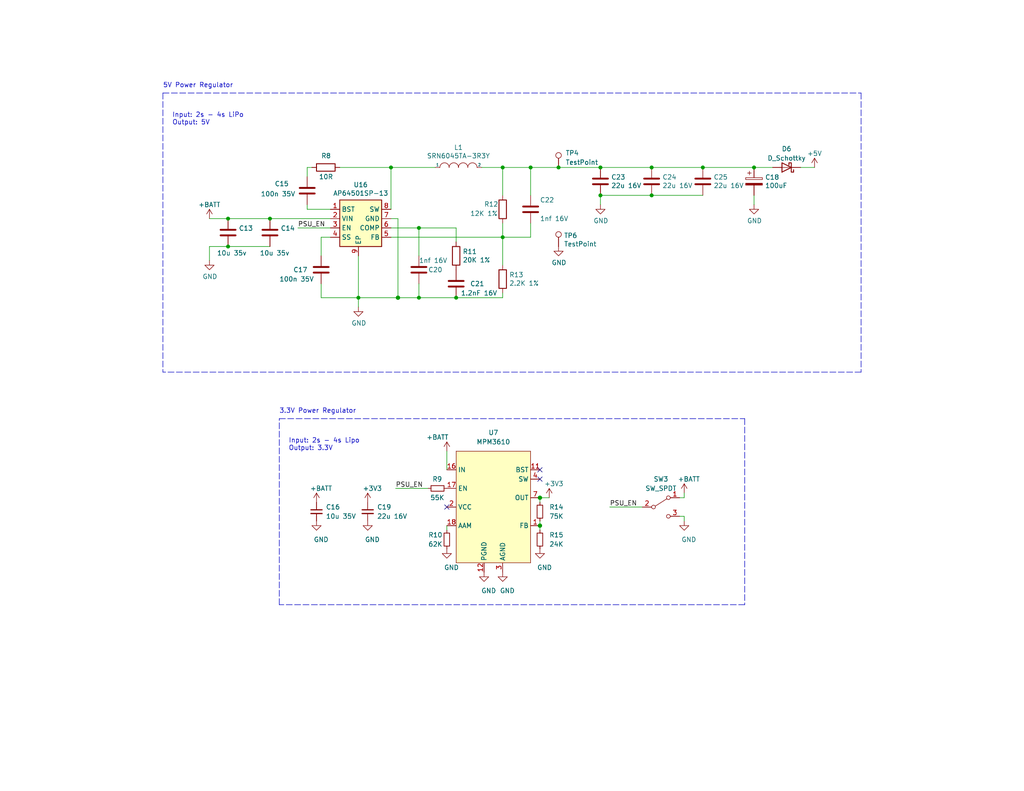
<source format=kicad_sch>
(kicad_sch (version 20210406) (generator eeschema)
  (paper "USLetter")
  (title_block (title "FlySensei RPi Stack - PSU") (date "2021-05-25") (rev "0.1") (company "George Mason University"))
  (lib_symbols
    (symbol "Connector:TestPoint" (pin_numbers hide) (pin_names (offset 0.762) hide)
      (property "Reference" "TP" (at 0 6.858 0))
      (property "Value" "TestPoint" (at 0 5.08 0))
      (symbol "TestPoint_0_1"
        (circle (center 0 3.302) (radius 0.762))
      )
      (symbol "TestPoint_1_1"
        (pin passive line (at 0 0 90) (length 2.54) (name "1") (number "1"))
      )
    )
    (symbol "Converter_DCDC_U:MPM3610"
      (property "Reference" "U" (at -8.89 13.97 0))
      (property "Value" "MPM3610" (at 6.35 13.97 0))
      (symbol "MPM3610_0_1"
        (rectangle (start -10.16 12.7) (end 10.16 -17.78) (fill (type background)))
      )
      (symbol "MPM3610_1_1"
        (pin input line (at 12.7 -7.62 180) (length 2.54) (name "FB") (number "1"))
        (pin no_connect line (at 10.16 -12.7 180) (length 2.54) hide (name "NC") (number "10"))
        (pin input line (at 12.7 7.62 180) (length 2.54) (name "BST") (number "11"))
        (pin input line (at -2.54 -20.32 90) (length 2.54) (name "PGND") (number "12"))
        (pin input line (at -2.54 -20.32 90) (length 2.54) hide (name "PGND") (number "13"))
        (pin input line (at -2.54 -20.32 90) (length 2.54) hide (name "PGND") (number "14"))
        (pin no_connect line (at 10.16 -10.16 180) (length 2.54) hide (name "NC") (number "15"))
        (pin power_in line (at -12.7 7.62 0) (length 2.54) (name "IN") (number "16"))
        (pin input line (at -12.7 2.54 0) (length 2.54) (name "EN") (number "17"))
        (pin input line (at -12.7 -7.62 0) (length 2.54) (name "AAM") (number "18"))
        (pin power_out line (at -12.7 -2.54 0) (length 2.54) (name "VCC") (number "2"))
        (pin input line (at 2.54 -20.32 90) (length 2.54) (name "AGND") (number "3"))
        (pin output line (at 12.7 5.08 180) (length 2.54) (name "SW") (number "4"))
        (pin output line (at 12.7 5.08 180) (length 2.54) hide (name "SW") (number "5"))
        (pin output line (at 12.7 5.08 180) (length 2.54) hide (name "SW") (number "6"))
        (pin power_out line (at 12.7 0 180) (length 2.54) (name "OUT") (number "7"))
        (pin power_out line (at 12.7 0 180) (length 2.54) hide (name "OUT") (number "8"))
        (pin power_out line (at 12.7 0 180) (length 2.54) hide (name "OUT") (number "9"))
      )
    )
    (symbol "Device:C" (pin_numbers hide) (pin_names (offset 0.254))
      (property "Reference" "C" (at 0.635 2.54 0))
      (property "Value" "C" (at 0.635 -2.54 0))
      (symbol "C_0_1"
        (polyline (pts (xy -2.032 -0.762) (xy 2.032 -0.762)) (stroke (width 0.508)))
        (polyline (pts (xy -2.032 0.762) (xy 2.032 0.762)) (stroke (width 0.508)))
      )
      (symbol "C_1_1"
        (pin passive line (at 0 3.81 270) (length 2.794) (name "~") (number "1"))
        (pin passive line (at 0 -3.81 90) (length 2.794) (name "~") (number "2"))
      )
    )
    (symbol "Device:CP" (pin_numbers hide) (pin_names (offset 0.254))
      (property "Reference" "C" (at 0.635 2.54 0))
      (property "Value" "CP" (at 0.635 -2.54 0))
      (symbol "CP_0_1"
        (rectangle (start -2.286 0.508) (end 2.286 1.016))
        (rectangle (start 2.286 -0.508) (end -2.286 -1.016) (fill (type outline)))
        (polyline (pts (xy -1.778 2.286) (xy -0.762 2.286)))
        (polyline (pts (xy -1.27 2.794) (xy -1.27 1.778)))
      )
      (symbol "CP_1_1"
        (pin passive line (at 0 3.81 270) (length 2.794) (name "~") (number "1"))
        (pin passive line (at 0 -3.81 90) (length 2.794) (name "~") (number "2"))
      )
    )
    (symbol "Device:C_Small" (pin_numbers hide) (pin_names (offset 0.254) hide)
      (property "Reference" "C" (at 0.254 1.778 0))
      (property "Value" "C_Small" (at 0.254 -2.032 0))
      (symbol "C_Small_0_1"
        (polyline (pts (xy -1.524 -0.508) (xy 1.524 -0.508)) (stroke (width 0.3302)))
        (polyline (pts (xy -1.524 0.508) (xy 1.524 0.508)) (stroke (width 0.3048)))
      )
      (symbol "C_Small_1_1"
        (pin passive line (at 0 2.54 270) (length 2.032) (name "~") (number "1"))
        (pin passive line (at 0 -2.54 90) (length 2.032) (name "~") (number "2"))
      )
    )
    (symbol "Device:D_Schottky" (pin_numbers hide) (pin_names (offset 1.016) hide)
      (property "Reference" "D" (at 0 2.54 0))
      (property "Value" "D_Schottky" (at 0 -2.54 0))
      (symbol "D_Schottky_0_1"
        (polyline (pts (xy 1.27 0) (xy -1.27 0)))
        (polyline (pts (xy 1.27 1.27) (xy 1.27 -1.27) (xy -1.27 0) (xy 1.27 1.27)) (stroke (width 0.254)))
        (polyline (pts (xy -1.905 0.635) (xy -1.905 1.27) (xy -1.27 1.27) (xy -1.27 -1.27) (xy -0.635 -1.27) (xy -0.635 -0.635)) (stroke (width 0.254)))
      )
      (symbol "D_Schottky_1_1"
        (pin passive line (at -3.81 0 0) (length 2.54) (name "K") (number "1"))
        (pin passive line (at 3.81 0 180) (length 2.54) (name "A") (number "2"))
      )
    )
    (symbol "Device:R" (pin_numbers hide) (pin_names (offset 0))
      (property "Reference" "R" (at 2.032 0 90))
      (property "Value" "R" (at 0 0 90))
      (symbol "R_0_1"
        (rectangle (start -1.016 -2.54) (end 1.016 2.54) (stroke (width 0.254)))
      )
      (symbol "R_1_1"
        (pin passive line (at 0 3.81 270) (length 1.27) (name "~") (number "1"))
        (pin passive line (at 0 -3.81 90) (length 1.27) (name "~") (number "2"))
      )
    )
    (symbol "Device:R_Small" (pin_numbers hide) (pin_names (offset 0.254) hide)
      (property "Reference" "R" (at 0.762 0.508 0))
      (property "Value" "R_Small" (at 0.762 -1.016 0))
      (symbol "R_Small_0_1"
        (rectangle (start -0.762 1.778) (end 0.762 -1.778) (stroke (width 0.2032)))
      )
      (symbol "R_Small_1_1"
        (pin passive line (at 0 2.54 270) (length 0.762) (name "~") (number "1"))
        (pin passive line (at 0 -2.54 90) (length 0.762) (name "~") (number "2"))
      )
    )
    (symbol "RPi_CM4IO:AP64351"
      (property "Reference" "U" (at 0 8.89 0))
      (property "Value" "AP64351" (at 1.27 6.35 0))
      (symbol "AP64351_0_1"
        (rectangle (start -5.08 5.08) (end 6.35 -7.62) (stroke (width 0.254)) (fill (type background)))
      )
      (symbol "AP64351_1_1"
        (pin passive line (at -7.62 2.54 0) (length 2.54) (name "BST") (number "1"))
        (pin power_in line (at -7.62 0 0) (length 2.54) (name "VIN") (number "2"))
        (pin input line (at -7.62 -2.54 0) (length 2.54) (name "EN") (number "3"))
        (pin input line (at -7.62 -5.08 0) (length 2.54) (name "SS") (number "4"))
        (pin input line (at 8.89 -5.08 180) (length 2.54) (name "FB") (number "5"))
        (pin input line (at 8.89 -2.54 180) (length 2.54) (name "COMP") (number "6"))
        (pin power_in line (at 8.89 0 180) (length 2.54) (name "GND") (number "7"))
        (pin output line (at 8.89 2.54 180) (length 2.54) (name "SW") (number "8"))
        (pin passive line (at 0 -10.16 90) (length 2.54) (name "EP") (number "9"))
      )
    )
    (symbol "Switch:SW_SPDT" (pin_names (offset 0) hide)
      (property "Reference" "SW" (at 0 4.318 0))
      (property "Value" "SW_SPDT" (at 0 -5.08 0))
      (symbol "SW_SPDT_0_0"
        (circle (center -2.032 0) (radius 0.508))
        (circle (center 2.032 -2.54) (radius 0.508))
      )
      (symbol "SW_SPDT_0_1"
        (circle (center 2.032 2.54) (radius 0.508))
        (polyline (pts (xy -1.524 0.254) (xy 1.651 2.286)))
      )
      (symbol "SW_SPDT_1_1"
        (pin passive line (at 5.08 2.54 180) (length 2.54) (name "A") (number "1"))
        (pin passive line (at -5.08 0 0) (length 2.54) (name "B") (number "2"))
        (pin passive line (at 5.08 -2.54 180) (length 2.54) (name "C") (number "3"))
      )
    )
    (symbol "power:+3V3" (power) (pin_names (offset 0))
      (property "Value" "+3V3" (at 0 3.556 0))
      (symbol "+3V3_0_1"
        (polyline (pts (xy -0.762 1.27) (xy 0 2.54)))
        (polyline (pts (xy 0 0) (xy 0 2.54)))
        (polyline (pts (xy 0 2.54) (xy 0.762 1.27)))
      )
      (symbol "+3V3_1_1"
        (pin power_in line (at 0 0 90) (length 0) hide (name "+3V3") (number "1"))
      )
    )
    (symbol "power:+5V" (power) (pin_names (offset 0))
      (property "Value" "+5V" (at 0 3.556 0))
      (symbol "+5V_0_1"
        (polyline (pts (xy -0.762 1.27) (xy 0 2.54)))
        (polyline (pts (xy 0 0) (xy 0 2.54)))
        (polyline (pts (xy 0 2.54) (xy 0.762 1.27)))
      )
      (symbol "+5V_1_1"
        (pin power_in line (at 0 0 90) (length 0) hide (name "+5V") (number "1"))
      )
    )
    (symbol "power:+BATT" (power) (pin_names (offset 0))
      (property "Value" "+BATT" (at 0 3.556 0))
      (symbol "+BATT_0_1"
        (polyline (pts (xy -0.762 1.27) (xy 0 2.54)))
        (polyline (pts (xy 0 0) (xy 0 2.54)))
        (polyline (pts (xy 0 2.54) (xy 0.762 1.27)))
      )
      (symbol "+BATT_1_1"
        (pin power_in line (at 0 0 90) (length 0) hide (name "+BATT") (number "1"))
      )
    )
    (symbol "power:GND" (power) (pin_names (offset 0))
      (property "Value" "GND" (at 0 -3.81 0))
      (symbol "GND_0_1"
        (polyline (pts (xy 0 0) (xy 0 -1.27) (xy 1.27 -1.27) (xy 0 -2.54) (xy -1.27 -1.27) (xy 0 -1.27)))
      )
      (symbol "GND_1_1"
        (pin power_in line (at 0 0 270) (length 0) hide (name "GND") (number "1"))
      )
    )
    (symbol "pspice:INDUCTOR" (pin_numbers hide) (pin_names (offset 0))
      (property "Reference" "L" (at 0 2.54 0))
      (property "Value" "INDUCTOR" (at 0 -1.27 0))
      (symbol "INDUCTOR_0_1"
        (arc (start -2.54 0) (end -5.08 0) (radius (at -3.81 0) (length 1.27) (angles 0.1 179.9)))
        (arc (start 0 0) (end -2.54 0) (radius (at -1.27 0) (length 1.27) (angles 0.1 179.9)))
        (arc (start 2.54 0) (end 0 0) (radius (at 1.27 0) (length 1.27) (angles 0.1 179.9)))
        (arc (start 5.08 0) (end 2.54 0) (radius (at 3.81 0) (length 1.27) (angles 0.1 179.9)))
      )
      (symbol "INDUCTOR_1_1"
        (pin input line (at -6.35 0 0) (length 1.27) (name "1") (number "1"))
        (pin input line (at 6.35 0 180) (length 1.27) (name "2") (number "2"))
      )
    )
  )
  (junction (at 62.23 59.69) (diameter 0.9144))
  (junction (at 62.23 67.31) (diameter 0.9144))
  (junction (at 73.66 59.69) (diameter 0.9144))
  (junction (at 97.79 81.28) (diameter 0.9144))
  (junction (at 106.68 45.72) (diameter 0.9144))
  (junction (at 108.585 81.28) (diameter 1.016))
  (junction (at 114.3 62.23) (diameter 0.9144))
  (junction (at 114.3 81.28) (diameter 0.9144))
  (junction (at 124.46 81.28) (diameter 0.9144))
  (junction (at 137.16 45.72) (diameter 0.9144))
  (junction (at 137.16 64.77) (diameter 0.9144))
  (junction (at 144.78 45.72) (diameter 0.9144))
  (junction (at 147.32 135.89) (diameter 1.016))
  (junction (at 147.32 143.51) (diameter 1.016))
  (junction (at 152.4 45.72) (diameter 0.9144))
  (junction (at 163.83 45.72) (diameter 0.9144))
  (junction (at 163.83 53.34) (diameter 0.9144))
  (junction (at 177.8 45.72) (diameter 0.9144))
  (junction (at 177.8 53.34) (diameter 0.9144))
  (junction (at 191.77 45.72) (diameter 0.9144))
  (junction (at 205.74 45.72) (diameter 0.9144))
  (no_connect (at 121.92 138.43))
  (no_connect (at 147.32 128.27))
  (no_connect (at 147.32 130.81))
  (wire (pts (xy 57.15 59.69) (xy 62.23 59.69)))
  (wire (pts (xy 57.15 67.31) (xy 57.15 71.12)))
  (wire (pts (xy 57.15 67.31) (xy 62.23 67.31)))
  (wire (pts (xy 62.23 59.69) (xy 73.66 59.69)))
  (wire (pts (xy 62.23 67.31) (xy 73.66 67.31)))
  (wire (pts (xy 73.66 59.69) (xy 90.17 59.69)))
  (wire (pts (xy 81.28 62.23) (xy 90.17 62.23)))
  (wire (pts (xy 83.82 45.72) (xy 83.82 48.26)))
  (wire (pts (xy 83.82 45.72) (xy 85.09 45.72)))
  (wire (pts (xy 83.82 55.88) (xy 83.82 57.15)))
  (wire (pts (xy 83.82 57.15) (xy 90.17 57.15)))
  (wire (pts (xy 87.63 64.77) (xy 87.63 69.85)))
  (wire (pts (xy 87.63 64.77) (xy 90.17 64.77)))
  (wire (pts (xy 87.63 77.47) (xy 87.63 81.28)))
  (wire (pts (xy 87.63 81.28) (xy 97.79 81.28)))
  (wire (pts (xy 92.71 45.72) (xy 106.68 45.72)))
  (wire (pts (xy 97.79 69.85) (xy 97.79 81.28)))
  (wire (pts (xy 97.79 81.28) (xy 97.79 83.82)))
  (wire (pts (xy 97.79 81.28) (xy 108.585 81.28)))
  (wire (pts (xy 106.68 45.72) (xy 106.68 57.15)))
  (wire (pts (xy 106.68 45.72) (xy 118.745 45.72)))
  (wire (pts (xy 106.68 59.69) (xy 108.585 59.69)))
  (wire (pts (xy 106.68 62.23) (xy 114.3 62.23)))
  (wire (pts (xy 106.68 64.77) (xy 137.16 64.77)))
  (wire (pts (xy 107.95 133.35) (xy 116.84 133.35)))
  (wire (pts (xy 108.585 59.69) (xy 108.585 81.28)))
  (wire (pts (xy 108.585 81.28) (xy 114.3 81.28)))
  (wire (pts (xy 114.3 62.23) (xy 114.3 69.85)))
  (wire (pts (xy 114.3 77.47) (xy 114.3 81.28)))
  (wire (pts (xy 114.3 81.28) (xy 124.46 81.28)))
  (wire (pts (xy 121.92 123.19) (xy 121.92 128.27)))
  (wire (pts (xy 121.92 143.51) (xy 121.92 144.78)))
  (wire (pts (xy 124.46 62.23) (xy 114.3 62.23)))
  (wire (pts (xy 124.46 66.04) (xy 124.46 62.23)))
  (wire (pts (xy 124.46 81.28) (xy 137.16 81.28)))
  (wire (pts (xy 131.445 45.72) (xy 137.16 45.72)))
  (wire (pts (xy 137.16 45.72) (xy 137.16 53.34)))
  (wire (pts (xy 137.16 45.72) (xy 144.78 45.72)))
  (wire (pts (xy 137.16 60.96) (xy 137.16 64.77)))
  (wire (pts (xy 137.16 64.77) (xy 137.16 72.39)))
  (wire (pts (xy 137.16 64.77) (xy 144.78 64.77)))
  (wire (pts (xy 137.16 81.28) (xy 137.16 80.01)))
  (wire (pts (xy 144.78 45.72) (xy 144.78 53.34)))
  (wire (pts (xy 144.78 45.72) (xy 152.4 45.72)))
  (wire (pts (xy 144.78 60.96) (xy 144.78 64.77)))
  (wire (pts (xy 147.32 135.89) (xy 147.32 137.16)))
  (wire (pts (xy 147.32 135.89) (xy 149.86 135.89)))
  (wire (pts (xy 147.32 142.24) (xy 147.32 143.51)))
  (wire (pts (xy 147.32 143.51) (xy 147.32 144.78)))
  (wire (pts (xy 152.4 45.72) (xy 163.83 45.72)))
  (wire (pts (xy 163.83 45.72) (xy 177.8 45.72)))
  (wire (pts (xy 163.83 53.34) (xy 163.83 55.88)))
  (wire (pts (xy 163.83 53.34) (xy 177.8 53.34)))
  (wire (pts (xy 166.37 138.43) (xy 175.26 138.43)))
  (wire (pts (xy 177.8 45.72) (xy 191.77 45.72)))
  (wire (pts (xy 177.8 53.34) (xy 191.77 53.34)))
  (wire (pts (xy 185.42 135.89) (xy 186.69 135.89)))
  (wire (pts (xy 185.42 140.97) (xy 186.69 140.97)))
  (wire (pts (xy 186.69 135.89) (xy 186.69 134.62)))
  (wire (pts (xy 186.69 140.97) (xy 186.69 142.24)))
  (wire (pts (xy 191.77 45.72) (xy 205.74 45.72)))
  (wire (pts (xy 205.74 45.72) (xy 210.82 45.72)))
  (wire (pts (xy 205.74 53.34) (xy 205.74 55.88)))
  (wire (pts (xy 218.44 45.72) (xy 222.25 45.72)))
  (polyline (pts (xy 44.45 25.4) (xy 44.45 101.6)) (stroke (width 0) (type dash)))
  (polyline (pts (xy 44.45 25.4) (xy 234.95 25.4)) (stroke (width 0) (type dash)))
  (polyline (pts (xy 76.2 114.3) (xy 203.2 114.3)) (stroke (width 0) (type dash)))
  (polyline (pts (xy 76.2 165.1) (xy 76.2 114.3)) (stroke (width 0) (type dash)))
  (polyline (pts (xy 203.2 114.3) (xy 203.2 165.1)) (stroke (width 0) (type dash)))
  (polyline (pts (xy 203.2 165.1) (xy 76.2 165.1)) (stroke (width 0) (type dash)))
  (polyline (pts (xy 234.95 25.4) (xy 234.95 101.6)) (stroke (width 0) (type dash)))
  (polyline (pts (xy 234.95 101.6) (xy 44.45 101.6)) (stroke (width 0) (type dash)))
  (text "5V Power Regulator" (at 44.45 24.13 0) (effects (font (size 1.27 1.27)) (justify left bottom)))
  (text "Input: 2s - 4s LiPo\nOutput: 5V" (at 46.99 34.29 0) (effects (font (size 1.27 1.27)) (justify left bottom)))
  (text "3.3V Power Regulator\n" (at 76.2 113.03 0) (effects (font (size 1.27 1.27)) (justify left bottom)))
  (text "Input: 2s - 4s Lipo\nOutput: 3.3V" (at 78.74 123.19 0) (effects (font (size 1.27 1.27)) (justify left bottom)))
  (label "PSU_EN" (at 81.28 62.23 0))
  (label "PSU_EN" (at 107.95 133.35 0))
  (label "PSU_EN" (at 166.37 138.43 0))
  (symbol (lib_id "power:+BATT") (at 57.15 59.69 0) (unit 1)
    (property "Reference" "#PWR0152" (effects hide))
    (property "Value" "+BATT" (at 57.15 55.88 0))
  )
  (symbol (lib_id "power:+BATT") (at 86.36 137.16 0) (unit 1)
    (property "Reference" "#PWR0157" (effects hide))
    (property "Value" "+BATT" (at 87.63 133.35 0))
  )
  (symbol (lib_id "power:+3V3") (at 100.33 137.16 0) (unit 1)
    (property "Reference" "#PWR0159" (effects hide))
    (property "Value" "+3V3" (at 101.6 133.35 0))
  )
  (symbol (lib_id "power:+BATT") (at 121.92 123.19 0) (unit 1)
    (property "Reference" "#PWR0160" (effects hide))
    (property "Value" "+BATT" (at 119.38 119.38 0))
  )
  (symbol (lib_id "power:+3V3") (at 149.86 135.89 0) (unit 1)
    (property "Reference" "#PWR0158" (effects hide))
    (property "Value" "+3V3" (at 151.13 132.08 0))
  )
  (symbol (lib_id "power:+BATT") (at 186.69 134.62 0) (unit 1)
    (property "Reference" "#PWR0163" (effects hide))
    (property "Value" "+BATT" (at 187.96 130.81 0))
  )
  (symbol (lib_id "power:+5V") (at 222.25 45.72 0) (unit 1)
    (property "Reference" "#PWR0151" (effects hide))
    (property "Value" "+5V" (at 222.25 41.91 0))
  )
  (symbol (lib_id "Connector:TestPoint") (at 152.4 45.72 0) (unit 1)
    (property "Reference" "TP4" (at 154.305 41.783 0) (effects (justify left)))
    (property "Value" "TestPoint" (at 154.305 44.323 0) (effects (justify left)))
    (property "Footprint" "TestPoint:TestPoint_Pad_2.0x2.0mm" (effects hide))
    (property "Field4" "nf" (effects hide))
    (property "Field5" "nf" (effects hide))
    (property "Field6" "nf" (effects hide))
    (property "Field7" "nf" (effects hide))
  )
  (symbol (lib_id "Connector:TestPoint") (at 152.4 67.31 0) (unit 1)
    (property "Reference" "TP6" (at 153.8732 64.3128 0) (effects (justify left)))
    (property "Value" "TestPoint" (at 153.8732 66.6242 0) (effects (justify left)))
    (property "Footprint" "TestPoint:TestPoint_Pad_2.0x2.0mm" (effects hide))
    (property "Field4" "nf" (effects hide))
    (property "Field5" "nf" (effects hide))
    (property "Field6" "nf" (effects hide))
    (property "Field7" "nf" (effects hide))
  )
  (symbol (lib_id "power:GND") (at 57.15 71.12 0) (unit 1)
    (property "Reference" "#PWR0120" (effects hide))
    (property "Value" "GND" (at 57.277 75.5142 0))
  )
  (symbol (lib_id "power:GND") (at 86.36 142.24 0) (unit 1)
    (property "Reference" "#PWR0156" (effects hide))
    (property "Value" "GND" (at 87.63 147.32 0))
  )
  (symbol (lib_id "power:GND") (at 97.79 83.82 0) (unit 1)
    (property "Reference" "#PWR0119" (effects hide))
    (property "Value" "GND" (at 97.917 88.2142 0))
  )
  (symbol (lib_id "power:GND") (at 100.33 142.24 0) (unit 1)
    (property "Reference" "#PWR0153" (effects hide))
    (property "Value" "GND" (at 101.6 147.32 0))
  )
  (symbol (lib_id "power:GND") (at 121.92 149.86 0) (unit 1)
    (property "Reference" "#PWR0154" (effects hide))
    (property "Value" "GND" (at 123.19 154.94 0))
  )
  (symbol (lib_id "power:GND") (at 132.08 156.21 0) (unit 1)
    (property "Reference" "#PWR0155" (effects hide))
    (property "Value" "GND" (at 133.35 161.29 0))
  )
  (symbol (lib_id "power:GND") (at 137.16 156.21 0) (unit 1)
    (property "Reference" "#PWR0162" (effects hide))
    (property "Value" "GND" (at 138.43 161.29 0))
  )
  (symbol (lib_id "power:GND") (at 147.32 149.86 0) (unit 1)
    (property "Reference" "#PWR0161" (effects hide))
    (property "Value" "GND" (at 148.59 154.94 0))
  )
  (symbol (lib_id "power:GND") (at 152.4 67.31 0) (unit 1)
    (property "Reference" "#PWR0122" (effects hide))
    (property "Value" "GND" (at 152.527 71.7042 0))
  )
  (symbol (lib_id "power:GND") (at 163.83 55.88 0) (unit 1)
    (property "Reference" "#PWR0118" (effects hide))
    (property "Value" "GND" (at 163.957 60.2742 0))
  )
  (symbol (lib_id "power:GND") (at 186.69 142.24 0) (unit 1)
    (property "Reference" "#PWR0164" (effects hide))
    (property "Value" "GND" (at 187.96 147.32 0))
  )
  (symbol (lib_id "power:GND") (at 205.74 55.88 0) (unit 1)
    (property "Reference" "#PWR02" (effects hide))
    (property "Value" "GND" (at 205.867 60.2742 0))
  )
  (symbol (lib_id "Device:R_Small") (at 119.38 133.35 90) (unit 1)
    (property "Reference" "R9" (at 120.65 130.81 90) (effects (justify left)))
    (property "Value" "55K" (at 121.285 135.89 90) (effects (justify left)))
    (property "Footprint" "Resistor_SMD:R_0402_1005Metric" (effects hide))
  )
  (symbol (lib_id "Device:R_Small") (at 121.92 147.32 0) (unit 1)
    (property "Reference" "R10" (at 116.84 146.05 0) (effects (justify left)))
    (property "Value" "62K" (at 116.84 148.59 0) (effects (justify left)))
    (property "Footprint" "Resistor_SMD:R_0402_1005Metric" (effects hide))
  )
  (symbol (lib_id "Device:R_Small") (at 147.32 139.7 0) (unit 1)
    (property "Reference" "R14" (at 149.86 138.43 0) (effects (justify left)))
    (property "Value" "75K" (at 149.86 140.97 0) (effects (justify left)))
    (property "Footprint" "Resistor_SMD:R_0402_1005Metric" (effects hide))
  )
  (symbol (lib_id "Device:R_Small") (at 147.32 147.32 0) (unit 1)
    (property "Reference" "R15" (at 149.86 146.05 0) (effects (justify left)))
    (property "Value" "24K" (at 149.86 148.59 0) (effects (justify left)))
    (property "Footprint" "Resistor_SMD:R_0402_1005Metric" (effects hide))
  )
  (symbol (lib_id "Device:R") (at 88.9 45.72 270) (unit 1)
    (property "Reference" "R8" (at 87.63 42.545 90) (effects (justify left)))
    (property "Value" "10R" (at 86.995 48.26 90) (effects (justify left)))
    (property "Footprint" "Resistor_SMD:R_0402_1005Metric" (effects hide))
    (property "Datasheet" "https://fscdn.rohm.com/en/products/databook/datasheet/passive/resistor/chip_resistor/mcr-e.pdf" (effects hide))
    (property "Field4" "Farnell" (effects hide))
    (property "Field5" "9238999" (effects hide))
    (property "Field7" "Yageo" (effects hide))
    (property "Field6" "RC0402FR-0710RL" (effects hide))
    (property "Field8" "URES00256" (effects hide))
    (property "Part Description" "Resistor 10R M1005 1% 63mW" (effects hide))
  )
  (symbol (lib_id "Device:R") (at 124.46 69.85 0) (unit 1)
    (property "Reference" "R11" (at 126.238 68.6816 0) (effects (justify left)))
    (property "Value" "20K 1%" (at 126.238 70.993 0) (effects (justify left)))
    (property "Footprint" "Resistor_SMD:R_0402_1005Metric" (effects hide))
    (property "Datasheet" "https://fscdn.rohm.com/en/products/databook/datasheet/passive/resistor/chip_resistor/mcr-e.pdf" (effects hide))
    (property "Field4" "Farnell" (effects hide))
    (property "Field5" "2331485" (effects hide))
    (property "Field7" "KOA EUROPE GMBH" (effects hide))
    (property "Field6" "RK73H1ETTP2002F" (effects hide))
    (property "Part Description" "Resistor 20K M1005 1% 63mW" (effects hide))
  )
  (symbol (lib_id "Device:R") (at 137.16 57.15 0) (unit 1)
    (property "Reference" "R12" (at 132.08 55.753 0) (effects (justify left)))
    (property "Value" "12K 1%" (at 128.27 58.293 0) (effects (justify left)))
    (property "Footprint" "Resistor_SMD:R_0402_1005Metric" (effects hide))
    (property "Datasheet" "https://fscdn.rohm.com/en/products/databook/datasheet/passive/resistor/chip_resistor/mcr-e.pdf" (effects hide))
    (property "Field4" "Farnell" (effects hide))
    (property "Field5" "9239367" (effects hide))
    (property "Field7" "Rohm" (effects hide))
    (property "Field6" "MCR01MZPF1202" (effects hide))
    (property "Part Description" "Resistor 12K M1005 1% 63mW" (effects hide))
  )
  (symbol (lib_id "Device:R") (at 137.16 76.2 0) (unit 1)
    (property "Reference" "R13" (at 138.938 75.0316 0) (effects (justify left)))
    (property "Value" "2.2K 1%" (at 138.938 77.343 0) (effects (justify left)))
    (property "Footprint" "Resistor_SMD:R_0402_1005Metric" (effects hide))
    (property "Datasheet" "https://fscdn.rohm.com/en/products/databook/datasheet/passive/resistor/chip_resistor/mcr-e.pdf" (effects hide))
    (property "Field4" "Farnell" (effects hide))
    (property "Field5" "9239278" (effects hide))
    (property "Field6" "RK73G1ETQTP2201D         " (effects hide))
    (property "Field7" "KOA EUROPE GMBH" (effects hide))
    (property "Part Description" "Resistor 2.2K M1005 1% 63mW" (effects hide))
    (property "Field8" "120889581" (effects hide))
  )
  (symbol (lib_id "Device:C_Small") (at 86.36 139.7 0) (unit 1)
    (property "Reference" "C16" (at 88.9 138.43 0) (effects (justify left)))
    (property "Value" "10u 35V" (at 88.9 140.97 0) (effects (justify left)))
    (property "Footprint" "Capacitor_SMD:C_0603_1608Metric" (effects hide))
  )
  (symbol (lib_id "Device:C_Small") (at 100.33 139.7 0) (unit 1)
    (property "Reference" "C19" (at 102.87 138.43 0) (effects (justify left)))
    (property "Value" "22u 16V" (at 102.87 140.97 0) (effects (justify left)))
    (property "Footprint" "Capacitor_SMD:C_0603_1608Metric" (effects hide))
  )
  (symbol (lib_id "pspice:INDUCTOR") (at 125.095 45.72 0) (unit 1)
    (property "Reference" "L1" (at 125.095 40.259 0))
    (property "Value" "SRN6045TA-3R3Y" (at 125.095 42.5704 0))
    (property "Footprint" "Inductor_SMD:L_Bourns_SRN6045TA" (effects hide))
    (property "Datasheet" "https://www.bourns.com/docs/Product-Datasheets/SRN6045TA.pdf" (effects hide))
    (property "Field4" "Farnell" (effects hide))
    (property "Field5" "2616889" (effects hide))
    (property "Field6" "SRN6045TA-3R3Y" (effects hide))
    (property "Field7" "Bourns" (effects hide))
    (property "Part Description" "3.3µH Semi-Shielded Wirewound Inductor 7.8A 21mOhm Nonstandard" (effects hide))
  )
  (symbol (lib_id "Device:D_Schottky") (at 214.63 45.72 180) (unit 1)
    (property "Reference" "D6" (at 214.63 40.64 0))
    (property "Value" "D_Schottky" (at 214.63 43.18 0))
    (property "Footprint" "Diode_SMD:D_SMB" (effects hide))
  )
  (symbol (lib_id "Device:C") (at 62.23 63.5 0) (unit 1)
    (property "Reference" "C13" (at 65.151 62.3316 0) (effects (justify left)))
    (property "Value" "10u 35v" (at 59.182 69.088 0) (effects (justify left)))
    (property "Footprint" "Capacitor_SMD:C_0805_2012Metric" (effects hide))
    (property "Datasheet" "https://www.murata.com/en-global/products/productdetail.aspx?partno=GRM21BC8YA106ME11%23" (effects hide))
    (property "Field5" "490-10505-1-ND" (effects hide))
    (property "Field4" "Digikey" (effects hide))
    (property "Field6" "GRM21BC8YA106KE11L " (effects hide))
    (property "Field7" "Murata" (effects hide))
    (property "Part Description" "	10uF 10% or 20% 35V Ceramic Capacitor X6S 0805 (2012 Metric)" (effects hide))
  )
  (symbol (lib_id "Device:C") (at 73.66 63.5 0) (unit 1)
    (property "Reference" "C14" (at 76.581 62.3316 0) (effects (justify left)))
    (property "Value" "10u 35v" (at 70.866 69.088 0) (effects (justify left)))
    (property "Footprint" "Capacitor_SMD:C_0805_2012Metric" (effects hide))
    (property "Datasheet" "https://www.murata.com/en-global/products/productdetail.aspx?partno=GRM21BC8YA106ME11%23" (effects hide))
    (property "Field5" "490-10505-1-ND" (effects hide))
    (property "Field4" "Digikey" (effects hide))
    (property "Field6" "GRM21BC8YA106KE11L " (effects hide))
    (property "Field7" "Murata" (effects hide))
    (property "Part Description" "	10uF 10% or 20% 35V Ceramic Capacitor X6S 0805 (2012 Metric)" (effects hide))
  )
  (symbol (lib_id "Device:C") (at 83.82 52.07 0) (unit 1)
    (property "Reference" "C15" (at 74.93 50.165 0) (effects (justify left)))
    (property "Value" "100n 35V" (at 71.12 52.959 0) (effects (justify left)))
    (property "Footprint" "Capacitor_SMD:C_0402_1005Metric" (effects hide))
    (property "Datasheet" "https://search.murata.co.jp/Ceramy/image/img/A01X/G101/ENG/GRM155R71C104KA88-01.pdf" (effects hide))
    (property "Field4" "Farnell" (effects hide))
    (property "Field5" "2611911" (effects hide))
    (property "Field6" "RM EMK105 B7104KV-F" (effects hide))
    (property "Field7" "TAIYO YUDEN EUROPE GMBH" (effects hide))
    (property "Part Description" "	0.1uF 10% 16V Ceramic Capacitor X7R 0402 (1005 Metric)" (effects hide))
    (property "Field8" "110091611" (effects hide))
  )
  (symbol (lib_id "Device:C") (at 87.63 73.66 0) (unit 1)
    (property "Reference" "C17" (at 80.01 73.66 0) (effects (justify left)))
    (property "Value" "100n 35V" (at 76.2 76.2 0) (effects (justify left)))
    (property "Footprint" "Capacitor_SMD:C_0402_1005Metric" (effects hide))
    (property "Datasheet" "https://search.murata.co.jp/Ceramy/image/img/A01X/G101/ENG/GRM155R71C104KA88-01.pdf" (effects hide))
    (property "Field4" "Farnell" (effects hide))
    (property "Field5" "2611911" (effects hide))
    (property "Field6" "RM EMK105 B7104KV-F" (effects hide))
    (property "Field7" "TAIYO YUDEN EUROPE GMBH" (effects hide))
    (property "Part Description" "	0.1uF 10% 16V Ceramic Capacitor X7R 0402 (1005 Metric)" (effects hide))
    (property "Field8" "110091611" (effects hide))
  )
  (symbol (lib_id "Device:C") (at 114.3 73.66 0) (unit 1)
    (property "Reference" "C20" (at 116.84 73.66 0) (effects (justify left)))
    (property "Value" "1nf 16V" (at 114.3 71.12 0) (effects (justify left)))
    (property "Footprint" "Capacitor_SMD:C_0402_1005Metric" (effects hide))
  )
  (symbol (lib_id "Device:C") (at 124.46 77.47 0) (unit 1)
    (property "Reference" "C21" (at 128.27 77.47 0) (effects (justify left)))
    (property "Value" "1.2nF 16V" (at 125.73 80.01 0) (effects (justify left)))
    (property "Footprint" "Capacitor_SMD:C_0402_1005Metric" (effects hide))
    (property "Datasheet" "http://www.farnell.com/datasheets/2734135.pdf?_ga=2.259347658.1738794919.1588350964-1787849031.1568210898&_gac=1.15394434.1588350964.EAIaIQobChMIgrHHs4yT6QIVxevtCh39TA_nEAAYASAAEgK8PfD_BwE" (effects hide))
    (property "Field4" "Digikey" (effects hide))
    (property "Field5" "490-16429-1-ND" (effects hide))
    (property "Field6" "GCM155R71H122KA37D" (effects hide))
    (property "Field7" "Murata" (effects hide))
    (property "Part Description" "1200pF 10% 10V Ceramic Capacitor X5R 0402 (1005 Metric)" (effects hide))
  )
  (symbol (lib_id "Device:C") (at 144.78 57.15 0) (unit 1)
    (property "Reference" "C22" (at 147.32 54.61 0) (effects (justify left)))
    (property "Value" "1nf 16V" (at 147.32 59.69 0) (effects (justify left)))
    (property "Footprint" "Capacitor_SMD:C_0402_1005Metric" (effects hide))
    (property "Datasheet" "http://www.farnell.com/datasheets/2048267.pdf?_ga=2.222777691.1738794919.1588350964-1787849031.1568210898&_gac=1.250356018.1588350964.EAIaIQobChMIgrHHs4yT6QIVxevtCh39TA_nEAAYASAAEgK8PfD_BwE" (effects hide))
    (property "Field4" "Farnell" (effects hide))
    (property "Field5" "2666374" (effects hide))
    (property "Field6" "GRM1555C1H221JA01D" (effects hide))
    (property "Field7" "Murata" (effects hide))
    (property "Part Description" "220 pF, 50 V, 0402 [1005 Metric], ± 5%, C0G / NP0/CH, GCM Series" (effects hide))
  )
  (symbol (lib_id "Device:C") (at 163.83 49.53 0) (unit 1)
    (property "Reference" "C23" (at 166.751 48.3616 0) (effects (justify left)))
    (property "Value" "22u 16V" (at 166.751 50.673 0) (effects (justify left)))
    (property "Footprint" "Capacitor_SMD:C_0805_2012Metric" (effects hide))
    (property "Datasheet" "https://search.murata.co.jp/Ceramy/image/img/A01X/G101/ENG/GRM21BR71A106KA73-01.pdf" (effects hide))
    (property "Field5" "490-14381-1-ND" (effects hide))
    (property "Field4" "Digikey" (effects hide))
    (property "Field6" "GRM21BR71A106KA73L" (effects hide))
    (property "Field7" "Murata" (effects hide))
    (property "Part Description" "	10uF 10% 10V Ceramic Capacitor X7R 0805 (2012 Metric)" (effects hide))
    (property "Field8" "111893011" (effects hide))
  )
  (symbol (lib_id "Device:C") (at 177.8 49.53 0) (unit 1)
    (property "Reference" "C24" (at 180.721 48.3616 0) (effects (justify left)))
    (property "Value" "22u 16V" (at 180.721 50.673 0) (effects (justify left)))
    (property "Footprint" "Capacitor_SMD:C_0805_2012Metric" (effects hide))
    (property "Datasheet" "https://search.murata.co.jp/Ceramy/image/img/A01X/G101/ENG/GRM21BR71A106KA73-01.pdf" (effects hide))
    (property "Field5" "490-14381-1-ND" (effects hide))
    (property "Field4" "Digikey" (effects hide))
    (property "Field6" "GRM21BR71A106KA73L" (effects hide))
    (property "Field7" "Murata" (effects hide))
    (property "Part Description" "	10uF 10% 10V Ceramic Capacitor X7R 0805 (2012 Metric)" (effects hide))
    (property "Field8" "111893011" (effects hide))
  )
  (symbol (lib_id "Device:C") (at 191.77 49.53 0) (unit 1)
    (property "Reference" "C25" (at 194.691 48.3616 0) (effects (justify left)))
    (property "Value" "22u 16V" (at 194.691 50.673 0) (effects (justify left)))
    (property "Footprint" "Capacitor_SMD:C_0805_2012Metric" (effects hide))
    (property "Datasheet" "https://search.murata.co.jp/Ceramy/image/img/A01X/G101/ENG/GRM21BR71A106KA73-01.pdf" (effects hide))
    (property "Field5" "490-14381-1-ND" (effects hide))
    (property "Field4" "Digikey" (effects hide))
    (property "Field6" "GRM21BR71A106KA73L" (effects hide))
    (property "Field7" "Murata" (effects hide))
    (property "Part Description" "	10uF 10% 10V Ceramic Capacitor X7R 0805 (2012 Metric)" (effects hide))
    (property "Field8" "111893011" (effects hide))
  )
  (symbol (lib_id "Device:CP") (at 205.74 49.53 0) (unit 1)
    (property "Reference" "C18" (at 208.7372 48.387 0) (effects (justify left)))
    (property "Value" "100uF" (at 208.7372 50.673 0) (effects (justify left)))
    (property "Footprint" "Capacitor_Tantalum_SMD:CP_EIA-7343-31_Kemet-D" (effects hide))
    (property "Field4" "Mouser" (effects hide))
    (property "Field5" "667-EEF-CX0J101R" (effects hide))
    (property "Part Description" "Capacitor, SP-Cap, 100u, 6.3V, 15mR ESR" (effects hide))
  )
  (symbol (lib_id "Switch:SW_SPDT") (at 180.34 138.43 0) (unit 1)
    (property "Reference" "SW3" (at 180.34 130.81 0))
    (property "Value" "SW_SPDT" (at 180.34 133.35 0))
    (property "Footprint" "Button_Switch_SMD:SW_SPDT_PCM12" (effects hide))
  )
  (symbol (lib_id "RPi_CM4IO:AP64351") (at 97.79 59.69 0) (unit 1)
    (property "Reference" "U16" (at 98.425 50.4444 0))
    (property "Value" "AP64501SP-13" (at 98.425 52.7558 0))
    (property "Footprint" "Package_SO:SOIC-8-1EP_3.9x4.9mm_P1.27mm_EP2.95x4.9mm_Mask2.71x3.4mm_ThermalVias" (effects hide))
    (property "Datasheet" "https://www.diodes.com/assets/Datasheets/AP64501.pdf" (effects hide))
    (property "Field4" "Digikey" (effects hide))
    (property "Field5" "31-AP64501SP-13CT-ND" (effects hide))
    (property "Field6" "AP64501SP-13" (effects hide))
    (property "Field7" "Diodes" (effects hide))
    (property "Part Description" "Buck Switching Regulator IC Positive Adjustable 0.8V 1 Output 5A 8-SOIC (0.154\", 3.90mm Width) Exposed Pad" (effects hide))
  )
  (symbol (lib_id "Converter_DCDC_U:MPM3610") (at 134.62 135.89 0) (unit 1)
    (property "Reference" "U7" (at 134.62 118.11 0))
    (property "Value" "MPM3610" (at 134.62 120.65 0))
    (property "Footprint" "Package_DFN_QFN_U:MPM3610_QFN-20_5x3mm" (effects hide))
    (property "Datasheet" "https://www.monolithicpower.com/en/documentview/productdocument/index/version/2/document_type/Datasheet/lang/en/sku/MPM3610GQV/document_id/2090/" (effects hide))
  )
)
</source>
